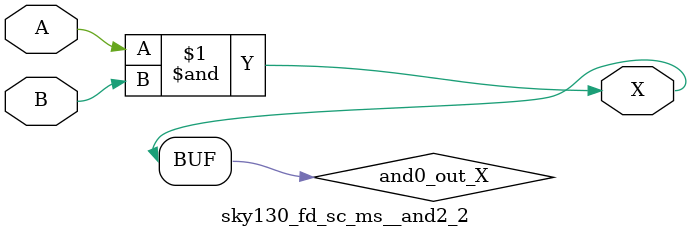
<source format=v>
/*
 * Copyright 2020 The SkyWater PDK Authors
 *
 * Licensed under the Apache License, Version 2.0 (the "License");
 * you may not use this file except in compliance with the License.
 * You may obtain a copy of the License at
 *
 *     https://www.apache.org/licenses/LICENSE-2.0
 *
 * Unless required by applicable law or agreed to in writing, software
 * distributed under the License is distributed on an "AS IS" BASIS,
 * WITHOUT WARRANTIES OR CONDITIONS OF ANY KIND, either express or implied.
 * See the License for the specific language governing permissions and
 * limitations under the License.
 *
 * SPDX-License-Identifier: Apache-2.0
*/


`ifndef SKY130_FD_SC_MS__AND2_2_FUNCTIONAL_V
`define SKY130_FD_SC_MS__AND2_2_FUNCTIONAL_V

/**
 * and2: 2-input AND.
 *
 * Verilog simulation functional model.
 */

`timescale 1ns / 1ps
`default_nettype none

`celldefine
module sky130_fd_sc_ms__and2_2 (
    X,
    A,
    B
);

    // Module ports
    output X;
    input  A;
    input  B;

    // Local signals
    wire and0_out_X;

    //  Name  Output      Other arguments
    and and0 (and0_out_X, A, B           );
    buf buf0 (X         , and0_out_X     );

endmodule
`endcelldefine

`default_nettype wire
`endif  // SKY130_FD_SC_MS__AND2_2_FUNCTIONAL_V

</source>
